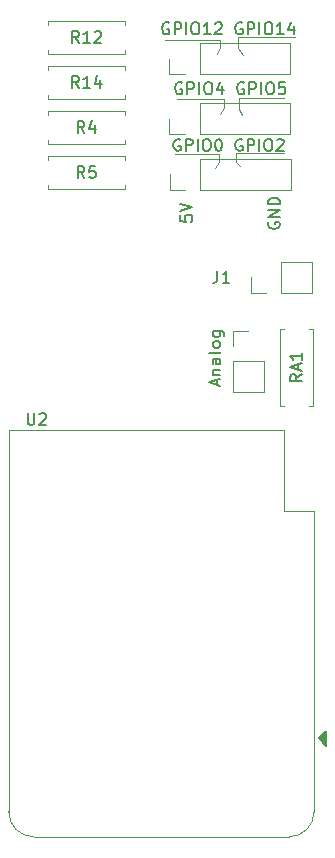
<source format=gbr>
%TF.GenerationSoftware,KiCad,Pcbnew,8.0.5*%
%TF.CreationDate,2024-12-15T10:39:54+01:00*%
%TF.ProjectId,esp8266-expansion-board,65737038-3236-4362-9d65-7870616e7369,rev?*%
%TF.SameCoordinates,Original*%
%TF.FileFunction,Legend,Top*%
%TF.FilePolarity,Positive*%
%FSLAX46Y46*%
G04 Gerber Fmt 4.6, Leading zero omitted, Abs format (unit mm)*
G04 Created by KiCad (PCBNEW 8.0.5) date 2024-12-15 10:39:54*
%MOMM*%
%LPD*%
G01*
G04 APERTURE LIST*
%ADD10C,0.100000*%
%ADD11C,0.150000*%
%ADD12C,0.120000*%
G04 APERTURE END LIST*
D10*
X77284582Y-39791690D02*
X76915815Y-40283653D01*
X77716519Y-35142276D02*
X77352569Y-35724595D01*
X77366933Y-29385868D02*
X77366933Y-30023390D01*
X72706425Y-29385868D02*
X77366933Y-29385868D01*
X78723101Y-39736362D02*
X79036624Y-40105213D01*
X73680319Y-34446411D02*
X77715791Y-34420207D01*
X77284582Y-39053988D02*
X77284582Y-39791690D01*
X73540743Y-39053988D02*
X77284582Y-39053988D01*
X82747028Y-34341594D02*
X78921191Y-34341594D01*
X82780463Y-38980218D02*
X78704658Y-38980218D01*
X78921191Y-35232542D02*
X79183235Y-35756629D01*
X78921191Y-34341594D02*
X78921191Y-35232542D01*
X77366933Y-30023390D02*
X77059163Y-30594962D01*
X77715791Y-34420207D02*
X77716519Y-35142276D01*
X78883796Y-30133308D02*
X79279499Y-30660913D01*
X83676204Y-29210000D02*
X78883796Y-29210000D01*
X78883796Y-29210000D02*
X78883796Y-30133308D01*
X78704658Y-38980218D02*
X78723101Y-39736362D01*
D11*
X74121879Y-33060017D02*
X74026641Y-33012398D01*
X74026641Y-33012398D02*
X73883784Y-33012398D01*
X73883784Y-33012398D02*
X73740927Y-33060017D01*
X73740927Y-33060017D02*
X73645689Y-33155255D01*
X73645689Y-33155255D02*
X73598070Y-33250493D01*
X73598070Y-33250493D02*
X73550451Y-33440969D01*
X73550451Y-33440969D02*
X73550451Y-33583826D01*
X73550451Y-33583826D02*
X73598070Y-33774302D01*
X73598070Y-33774302D02*
X73645689Y-33869540D01*
X73645689Y-33869540D02*
X73740927Y-33964779D01*
X73740927Y-33964779D02*
X73883784Y-34012398D01*
X73883784Y-34012398D02*
X73979022Y-34012398D01*
X73979022Y-34012398D02*
X74121879Y-33964779D01*
X74121879Y-33964779D02*
X74169498Y-33917159D01*
X74169498Y-33917159D02*
X74169498Y-33583826D01*
X74169498Y-33583826D02*
X73979022Y-33583826D01*
X74598070Y-34012398D02*
X74598070Y-33012398D01*
X74598070Y-33012398D02*
X74979022Y-33012398D01*
X74979022Y-33012398D02*
X75074260Y-33060017D01*
X75074260Y-33060017D02*
X75121879Y-33107636D01*
X75121879Y-33107636D02*
X75169498Y-33202874D01*
X75169498Y-33202874D02*
X75169498Y-33345731D01*
X75169498Y-33345731D02*
X75121879Y-33440969D01*
X75121879Y-33440969D02*
X75074260Y-33488588D01*
X75074260Y-33488588D02*
X74979022Y-33536207D01*
X74979022Y-33536207D02*
X74598070Y-33536207D01*
X75598070Y-34012398D02*
X75598070Y-33012398D01*
X76264736Y-33012398D02*
X76455212Y-33012398D01*
X76455212Y-33012398D02*
X76550450Y-33060017D01*
X76550450Y-33060017D02*
X76645688Y-33155255D01*
X76645688Y-33155255D02*
X76693307Y-33345731D01*
X76693307Y-33345731D02*
X76693307Y-33679064D01*
X76693307Y-33679064D02*
X76645688Y-33869540D01*
X76645688Y-33869540D02*
X76550450Y-33964779D01*
X76550450Y-33964779D02*
X76455212Y-34012398D01*
X76455212Y-34012398D02*
X76264736Y-34012398D01*
X76264736Y-34012398D02*
X76169498Y-33964779D01*
X76169498Y-33964779D02*
X76074260Y-33869540D01*
X76074260Y-33869540D02*
X76026641Y-33679064D01*
X76026641Y-33679064D02*
X76026641Y-33345731D01*
X76026641Y-33345731D02*
X76074260Y-33155255D01*
X76074260Y-33155255D02*
X76169498Y-33060017D01*
X76169498Y-33060017D02*
X76264736Y-33012398D01*
X77550450Y-33345731D02*
X77550450Y-34012398D01*
X77312355Y-32964779D02*
X77074260Y-33679064D01*
X77074260Y-33679064D02*
X77693307Y-33679064D01*
X79359974Y-33060017D02*
X79264736Y-33012398D01*
X79264736Y-33012398D02*
X79121879Y-33012398D01*
X79121879Y-33012398D02*
X78979022Y-33060017D01*
X78979022Y-33060017D02*
X78883784Y-33155255D01*
X78883784Y-33155255D02*
X78836165Y-33250493D01*
X78836165Y-33250493D02*
X78788546Y-33440969D01*
X78788546Y-33440969D02*
X78788546Y-33583826D01*
X78788546Y-33583826D02*
X78836165Y-33774302D01*
X78836165Y-33774302D02*
X78883784Y-33869540D01*
X78883784Y-33869540D02*
X78979022Y-33964779D01*
X78979022Y-33964779D02*
X79121879Y-34012398D01*
X79121879Y-34012398D02*
X79217117Y-34012398D01*
X79217117Y-34012398D02*
X79359974Y-33964779D01*
X79359974Y-33964779D02*
X79407593Y-33917159D01*
X79407593Y-33917159D02*
X79407593Y-33583826D01*
X79407593Y-33583826D02*
X79217117Y-33583826D01*
X79836165Y-34012398D02*
X79836165Y-33012398D01*
X79836165Y-33012398D02*
X80217117Y-33012398D01*
X80217117Y-33012398D02*
X80312355Y-33060017D01*
X80312355Y-33060017D02*
X80359974Y-33107636D01*
X80359974Y-33107636D02*
X80407593Y-33202874D01*
X80407593Y-33202874D02*
X80407593Y-33345731D01*
X80407593Y-33345731D02*
X80359974Y-33440969D01*
X80359974Y-33440969D02*
X80312355Y-33488588D01*
X80312355Y-33488588D02*
X80217117Y-33536207D01*
X80217117Y-33536207D02*
X79836165Y-33536207D01*
X80836165Y-34012398D02*
X80836165Y-33012398D01*
X81502831Y-33012398D02*
X81693307Y-33012398D01*
X81693307Y-33012398D02*
X81788545Y-33060017D01*
X81788545Y-33060017D02*
X81883783Y-33155255D01*
X81883783Y-33155255D02*
X81931402Y-33345731D01*
X81931402Y-33345731D02*
X81931402Y-33679064D01*
X81931402Y-33679064D02*
X81883783Y-33869540D01*
X81883783Y-33869540D02*
X81788545Y-33964779D01*
X81788545Y-33964779D02*
X81693307Y-34012398D01*
X81693307Y-34012398D02*
X81502831Y-34012398D01*
X81502831Y-34012398D02*
X81407593Y-33964779D01*
X81407593Y-33964779D02*
X81312355Y-33869540D01*
X81312355Y-33869540D02*
X81264736Y-33679064D01*
X81264736Y-33679064D02*
X81264736Y-33345731D01*
X81264736Y-33345731D02*
X81312355Y-33155255D01*
X81312355Y-33155255D02*
X81407593Y-33060017D01*
X81407593Y-33060017D02*
X81502831Y-33012398D01*
X82836164Y-33012398D02*
X82359974Y-33012398D01*
X82359974Y-33012398D02*
X82312355Y-33488588D01*
X82312355Y-33488588D02*
X82359974Y-33440969D01*
X82359974Y-33440969D02*
X82455212Y-33393350D01*
X82455212Y-33393350D02*
X82693307Y-33393350D01*
X82693307Y-33393350D02*
X82788545Y-33440969D01*
X82788545Y-33440969D02*
X82836164Y-33488588D01*
X82836164Y-33488588D02*
X82883783Y-33583826D01*
X82883783Y-33583826D02*
X82883783Y-33821921D01*
X82883783Y-33821921D02*
X82836164Y-33917159D01*
X82836164Y-33917159D02*
X82788545Y-33964779D01*
X82788545Y-33964779D02*
X82693307Y-34012398D01*
X82693307Y-34012398D02*
X82455212Y-34012398D01*
X82455212Y-34012398D02*
X82359974Y-33964779D01*
X82359974Y-33964779D02*
X82312355Y-33917159D01*
X73974842Y-37851789D02*
X73879604Y-37804170D01*
X73879604Y-37804170D02*
X73736747Y-37804170D01*
X73736747Y-37804170D02*
X73593890Y-37851789D01*
X73593890Y-37851789D02*
X73498652Y-37947027D01*
X73498652Y-37947027D02*
X73451033Y-38042265D01*
X73451033Y-38042265D02*
X73403414Y-38232741D01*
X73403414Y-38232741D02*
X73403414Y-38375598D01*
X73403414Y-38375598D02*
X73451033Y-38566074D01*
X73451033Y-38566074D02*
X73498652Y-38661312D01*
X73498652Y-38661312D02*
X73593890Y-38756551D01*
X73593890Y-38756551D02*
X73736747Y-38804170D01*
X73736747Y-38804170D02*
X73831985Y-38804170D01*
X73831985Y-38804170D02*
X73974842Y-38756551D01*
X73974842Y-38756551D02*
X74022461Y-38708931D01*
X74022461Y-38708931D02*
X74022461Y-38375598D01*
X74022461Y-38375598D02*
X73831985Y-38375598D01*
X74451033Y-38804170D02*
X74451033Y-37804170D01*
X74451033Y-37804170D02*
X74831985Y-37804170D01*
X74831985Y-37804170D02*
X74927223Y-37851789D01*
X74927223Y-37851789D02*
X74974842Y-37899408D01*
X74974842Y-37899408D02*
X75022461Y-37994646D01*
X75022461Y-37994646D02*
X75022461Y-38137503D01*
X75022461Y-38137503D02*
X74974842Y-38232741D01*
X74974842Y-38232741D02*
X74927223Y-38280360D01*
X74927223Y-38280360D02*
X74831985Y-38327979D01*
X74831985Y-38327979D02*
X74451033Y-38327979D01*
X75451033Y-38804170D02*
X75451033Y-37804170D01*
X76117699Y-37804170D02*
X76308175Y-37804170D01*
X76308175Y-37804170D02*
X76403413Y-37851789D01*
X76403413Y-37851789D02*
X76498651Y-37947027D01*
X76498651Y-37947027D02*
X76546270Y-38137503D01*
X76546270Y-38137503D02*
X76546270Y-38470836D01*
X76546270Y-38470836D02*
X76498651Y-38661312D01*
X76498651Y-38661312D02*
X76403413Y-38756551D01*
X76403413Y-38756551D02*
X76308175Y-38804170D01*
X76308175Y-38804170D02*
X76117699Y-38804170D01*
X76117699Y-38804170D02*
X76022461Y-38756551D01*
X76022461Y-38756551D02*
X75927223Y-38661312D01*
X75927223Y-38661312D02*
X75879604Y-38470836D01*
X75879604Y-38470836D02*
X75879604Y-38137503D01*
X75879604Y-38137503D02*
X75927223Y-37947027D01*
X75927223Y-37947027D02*
X76022461Y-37851789D01*
X76022461Y-37851789D02*
X76117699Y-37804170D01*
X77165318Y-37804170D02*
X77260556Y-37804170D01*
X77260556Y-37804170D02*
X77355794Y-37851789D01*
X77355794Y-37851789D02*
X77403413Y-37899408D01*
X77403413Y-37899408D02*
X77451032Y-37994646D01*
X77451032Y-37994646D02*
X77498651Y-38185122D01*
X77498651Y-38185122D02*
X77498651Y-38423217D01*
X77498651Y-38423217D02*
X77451032Y-38613693D01*
X77451032Y-38613693D02*
X77403413Y-38708931D01*
X77403413Y-38708931D02*
X77355794Y-38756551D01*
X77355794Y-38756551D02*
X77260556Y-38804170D01*
X77260556Y-38804170D02*
X77165318Y-38804170D01*
X77165318Y-38804170D02*
X77070080Y-38756551D01*
X77070080Y-38756551D02*
X77022461Y-38708931D01*
X77022461Y-38708931D02*
X76974842Y-38613693D01*
X76974842Y-38613693D02*
X76927223Y-38423217D01*
X76927223Y-38423217D02*
X76927223Y-38185122D01*
X76927223Y-38185122D02*
X76974842Y-37994646D01*
X76974842Y-37994646D02*
X77022461Y-37899408D01*
X77022461Y-37899408D02*
X77070080Y-37851789D01*
X77070080Y-37851789D02*
X77165318Y-37804170D01*
X79212937Y-37851789D02*
X79117699Y-37804170D01*
X79117699Y-37804170D02*
X78974842Y-37804170D01*
X78974842Y-37804170D02*
X78831985Y-37851789D01*
X78831985Y-37851789D02*
X78736747Y-37947027D01*
X78736747Y-37947027D02*
X78689128Y-38042265D01*
X78689128Y-38042265D02*
X78641509Y-38232741D01*
X78641509Y-38232741D02*
X78641509Y-38375598D01*
X78641509Y-38375598D02*
X78689128Y-38566074D01*
X78689128Y-38566074D02*
X78736747Y-38661312D01*
X78736747Y-38661312D02*
X78831985Y-38756551D01*
X78831985Y-38756551D02*
X78974842Y-38804170D01*
X78974842Y-38804170D02*
X79070080Y-38804170D01*
X79070080Y-38804170D02*
X79212937Y-38756551D01*
X79212937Y-38756551D02*
X79260556Y-38708931D01*
X79260556Y-38708931D02*
X79260556Y-38375598D01*
X79260556Y-38375598D02*
X79070080Y-38375598D01*
X79689128Y-38804170D02*
X79689128Y-37804170D01*
X79689128Y-37804170D02*
X80070080Y-37804170D01*
X80070080Y-37804170D02*
X80165318Y-37851789D01*
X80165318Y-37851789D02*
X80212937Y-37899408D01*
X80212937Y-37899408D02*
X80260556Y-37994646D01*
X80260556Y-37994646D02*
X80260556Y-38137503D01*
X80260556Y-38137503D02*
X80212937Y-38232741D01*
X80212937Y-38232741D02*
X80165318Y-38280360D01*
X80165318Y-38280360D02*
X80070080Y-38327979D01*
X80070080Y-38327979D02*
X79689128Y-38327979D01*
X80689128Y-38804170D02*
X80689128Y-37804170D01*
X81355794Y-37804170D02*
X81546270Y-37804170D01*
X81546270Y-37804170D02*
X81641508Y-37851789D01*
X81641508Y-37851789D02*
X81736746Y-37947027D01*
X81736746Y-37947027D02*
X81784365Y-38137503D01*
X81784365Y-38137503D02*
X81784365Y-38470836D01*
X81784365Y-38470836D02*
X81736746Y-38661312D01*
X81736746Y-38661312D02*
X81641508Y-38756551D01*
X81641508Y-38756551D02*
X81546270Y-38804170D01*
X81546270Y-38804170D02*
X81355794Y-38804170D01*
X81355794Y-38804170D02*
X81260556Y-38756551D01*
X81260556Y-38756551D02*
X81165318Y-38661312D01*
X81165318Y-38661312D02*
X81117699Y-38470836D01*
X81117699Y-38470836D02*
X81117699Y-38137503D01*
X81117699Y-38137503D02*
X81165318Y-37947027D01*
X81165318Y-37947027D02*
X81260556Y-37851789D01*
X81260556Y-37851789D02*
X81355794Y-37804170D01*
X82165318Y-37899408D02*
X82212937Y-37851789D01*
X82212937Y-37851789D02*
X82308175Y-37804170D01*
X82308175Y-37804170D02*
X82546270Y-37804170D01*
X82546270Y-37804170D02*
X82641508Y-37851789D01*
X82641508Y-37851789D02*
X82689127Y-37899408D01*
X82689127Y-37899408D02*
X82736746Y-37994646D01*
X82736746Y-37994646D02*
X82736746Y-38089884D01*
X82736746Y-38089884D02*
X82689127Y-38232741D01*
X82689127Y-38232741D02*
X82117699Y-38804170D01*
X82117699Y-38804170D02*
X82736746Y-38804170D01*
X73024109Y-27991403D02*
X72928871Y-27943784D01*
X72928871Y-27943784D02*
X72786014Y-27943784D01*
X72786014Y-27943784D02*
X72643157Y-27991403D01*
X72643157Y-27991403D02*
X72547919Y-28086641D01*
X72547919Y-28086641D02*
X72500300Y-28181879D01*
X72500300Y-28181879D02*
X72452681Y-28372355D01*
X72452681Y-28372355D02*
X72452681Y-28515212D01*
X72452681Y-28515212D02*
X72500300Y-28705688D01*
X72500300Y-28705688D02*
X72547919Y-28800926D01*
X72547919Y-28800926D02*
X72643157Y-28896165D01*
X72643157Y-28896165D02*
X72786014Y-28943784D01*
X72786014Y-28943784D02*
X72881252Y-28943784D01*
X72881252Y-28943784D02*
X73024109Y-28896165D01*
X73024109Y-28896165D02*
X73071728Y-28848545D01*
X73071728Y-28848545D02*
X73071728Y-28515212D01*
X73071728Y-28515212D02*
X72881252Y-28515212D01*
X73500300Y-28943784D02*
X73500300Y-27943784D01*
X73500300Y-27943784D02*
X73881252Y-27943784D01*
X73881252Y-27943784D02*
X73976490Y-27991403D01*
X73976490Y-27991403D02*
X74024109Y-28039022D01*
X74024109Y-28039022D02*
X74071728Y-28134260D01*
X74071728Y-28134260D02*
X74071728Y-28277117D01*
X74071728Y-28277117D02*
X74024109Y-28372355D01*
X74024109Y-28372355D02*
X73976490Y-28419974D01*
X73976490Y-28419974D02*
X73881252Y-28467593D01*
X73881252Y-28467593D02*
X73500300Y-28467593D01*
X74500300Y-28943784D02*
X74500300Y-27943784D01*
X75166966Y-27943784D02*
X75357442Y-27943784D01*
X75357442Y-27943784D02*
X75452680Y-27991403D01*
X75452680Y-27991403D02*
X75547918Y-28086641D01*
X75547918Y-28086641D02*
X75595537Y-28277117D01*
X75595537Y-28277117D02*
X75595537Y-28610450D01*
X75595537Y-28610450D02*
X75547918Y-28800926D01*
X75547918Y-28800926D02*
X75452680Y-28896165D01*
X75452680Y-28896165D02*
X75357442Y-28943784D01*
X75357442Y-28943784D02*
X75166966Y-28943784D01*
X75166966Y-28943784D02*
X75071728Y-28896165D01*
X75071728Y-28896165D02*
X74976490Y-28800926D01*
X74976490Y-28800926D02*
X74928871Y-28610450D01*
X74928871Y-28610450D02*
X74928871Y-28277117D01*
X74928871Y-28277117D02*
X74976490Y-28086641D01*
X74976490Y-28086641D02*
X75071728Y-27991403D01*
X75071728Y-27991403D02*
X75166966Y-27943784D01*
X76547918Y-28943784D02*
X75976490Y-28943784D01*
X76262204Y-28943784D02*
X76262204Y-27943784D01*
X76262204Y-27943784D02*
X76166966Y-28086641D01*
X76166966Y-28086641D02*
X76071728Y-28181879D01*
X76071728Y-28181879D02*
X75976490Y-28229498D01*
X76928871Y-28039022D02*
X76976490Y-27991403D01*
X76976490Y-27991403D02*
X77071728Y-27943784D01*
X77071728Y-27943784D02*
X77309823Y-27943784D01*
X77309823Y-27943784D02*
X77405061Y-27991403D01*
X77405061Y-27991403D02*
X77452680Y-28039022D01*
X77452680Y-28039022D02*
X77500299Y-28134260D01*
X77500299Y-28134260D02*
X77500299Y-28229498D01*
X77500299Y-28229498D02*
X77452680Y-28372355D01*
X77452680Y-28372355D02*
X76881252Y-28943784D01*
X76881252Y-28943784D02*
X77500299Y-28943784D01*
X79214585Y-27991403D02*
X79119347Y-27943784D01*
X79119347Y-27943784D02*
X78976490Y-27943784D01*
X78976490Y-27943784D02*
X78833633Y-27991403D01*
X78833633Y-27991403D02*
X78738395Y-28086641D01*
X78738395Y-28086641D02*
X78690776Y-28181879D01*
X78690776Y-28181879D02*
X78643157Y-28372355D01*
X78643157Y-28372355D02*
X78643157Y-28515212D01*
X78643157Y-28515212D02*
X78690776Y-28705688D01*
X78690776Y-28705688D02*
X78738395Y-28800926D01*
X78738395Y-28800926D02*
X78833633Y-28896165D01*
X78833633Y-28896165D02*
X78976490Y-28943784D01*
X78976490Y-28943784D02*
X79071728Y-28943784D01*
X79071728Y-28943784D02*
X79214585Y-28896165D01*
X79214585Y-28896165D02*
X79262204Y-28848545D01*
X79262204Y-28848545D02*
X79262204Y-28515212D01*
X79262204Y-28515212D02*
X79071728Y-28515212D01*
X79690776Y-28943784D02*
X79690776Y-27943784D01*
X79690776Y-27943784D02*
X80071728Y-27943784D01*
X80071728Y-27943784D02*
X80166966Y-27991403D01*
X80166966Y-27991403D02*
X80214585Y-28039022D01*
X80214585Y-28039022D02*
X80262204Y-28134260D01*
X80262204Y-28134260D02*
X80262204Y-28277117D01*
X80262204Y-28277117D02*
X80214585Y-28372355D01*
X80214585Y-28372355D02*
X80166966Y-28419974D01*
X80166966Y-28419974D02*
X80071728Y-28467593D01*
X80071728Y-28467593D02*
X79690776Y-28467593D01*
X80690776Y-28943784D02*
X80690776Y-27943784D01*
X81357442Y-27943784D02*
X81547918Y-27943784D01*
X81547918Y-27943784D02*
X81643156Y-27991403D01*
X81643156Y-27991403D02*
X81738394Y-28086641D01*
X81738394Y-28086641D02*
X81786013Y-28277117D01*
X81786013Y-28277117D02*
X81786013Y-28610450D01*
X81786013Y-28610450D02*
X81738394Y-28800926D01*
X81738394Y-28800926D02*
X81643156Y-28896165D01*
X81643156Y-28896165D02*
X81547918Y-28943784D01*
X81547918Y-28943784D02*
X81357442Y-28943784D01*
X81357442Y-28943784D02*
X81262204Y-28896165D01*
X81262204Y-28896165D02*
X81166966Y-28800926D01*
X81166966Y-28800926D02*
X81119347Y-28610450D01*
X81119347Y-28610450D02*
X81119347Y-28277117D01*
X81119347Y-28277117D02*
X81166966Y-28086641D01*
X81166966Y-28086641D02*
X81262204Y-27991403D01*
X81262204Y-27991403D02*
X81357442Y-27943784D01*
X82738394Y-28943784D02*
X82166966Y-28943784D01*
X82452680Y-28943784D02*
X82452680Y-27943784D01*
X82452680Y-27943784D02*
X82357442Y-28086641D01*
X82357442Y-28086641D02*
X82262204Y-28181879D01*
X82262204Y-28181879D02*
X82166966Y-28229498D01*
X83595537Y-28277117D02*
X83595537Y-28943784D01*
X83357442Y-27896165D02*
X83119347Y-28610450D01*
X83119347Y-28610450D02*
X83738394Y-28610450D01*
X77101133Y-58657190D02*
X77101133Y-58181000D01*
X77386848Y-58752428D02*
X76386848Y-58419095D01*
X76386848Y-58419095D02*
X77386848Y-58085762D01*
X76720181Y-57752428D02*
X77386848Y-57752428D01*
X76815419Y-57752428D02*
X76767800Y-57704809D01*
X76767800Y-57704809D02*
X76720181Y-57609571D01*
X76720181Y-57609571D02*
X76720181Y-57466714D01*
X76720181Y-57466714D02*
X76767800Y-57371476D01*
X76767800Y-57371476D02*
X76863038Y-57323857D01*
X76863038Y-57323857D02*
X77386848Y-57323857D01*
X77386848Y-56419095D02*
X76863038Y-56419095D01*
X76863038Y-56419095D02*
X76767800Y-56466714D01*
X76767800Y-56466714D02*
X76720181Y-56561952D01*
X76720181Y-56561952D02*
X76720181Y-56752428D01*
X76720181Y-56752428D02*
X76767800Y-56847666D01*
X77339229Y-56419095D02*
X77386848Y-56514333D01*
X77386848Y-56514333D02*
X77386848Y-56752428D01*
X77386848Y-56752428D02*
X77339229Y-56847666D01*
X77339229Y-56847666D02*
X77243990Y-56895285D01*
X77243990Y-56895285D02*
X77148752Y-56895285D01*
X77148752Y-56895285D02*
X77053514Y-56847666D01*
X77053514Y-56847666D02*
X77005895Y-56752428D01*
X77005895Y-56752428D02*
X77005895Y-56514333D01*
X77005895Y-56514333D02*
X76958276Y-56419095D01*
X77386848Y-55800047D02*
X77339229Y-55895285D01*
X77339229Y-55895285D02*
X77243990Y-55942904D01*
X77243990Y-55942904D02*
X76386848Y-55942904D01*
X77386848Y-55276237D02*
X77339229Y-55371475D01*
X77339229Y-55371475D02*
X77291609Y-55419094D01*
X77291609Y-55419094D02*
X77196371Y-55466713D01*
X77196371Y-55466713D02*
X76910657Y-55466713D01*
X76910657Y-55466713D02*
X76815419Y-55419094D01*
X76815419Y-55419094D02*
X76767800Y-55371475D01*
X76767800Y-55371475D02*
X76720181Y-55276237D01*
X76720181Y-55276237D02*
X76720181Y-55133380D01*
X76720181Y-55133380D02*
X76767800Y-55038142D01*
X76767800Y-55038142D02*
X76815419Y-54990523D01*
X76815419Y-54990523D02*
X76910657Y-54942904D01*
X76910657Y-54942904D02*
X77196371Y-54942904D01*
X77196371Y-54942904D02*
X77291609Y-54990523D01*
X77291609Y-54990523D02*
X77339229Y-55038142D01*
X77339229Y-55038142D02*
X77386848Y-55133380D01*
X77386848Y-55133380D02*
X77386848Y-55276237D01*
X76720181Y-54085761D02*
X77529705Y-54085761D01*
X77529705Y-54085761D02*
X77624943Y-54133380D01*
X77624943Y-54133380D02*
X77672562Y-54180999D01*
X77672562Y-54180999D02*
X77720181Y-54276237D01*
X77720181Y-54276237D02*
X77720181Y-54419094D01*
X77720181Y-54419094D02*
X77672562Y-54514332D01*
X77339229Y-54085761D02*
X77386848Y-54180999D01*
X77386848Y-54180999D02*
X77386848Y-54371475D01*
X77386848Y-54371475D02*
X77339229Y-54466713D01*
X77339229Y-54466713D02*
X77291609Y-54514332D01*
X77291609Y-54514332D02*
X77196371Y-54561951D01*
X77196371Y-54561951D02*
X76910657Y-54561951D01*
X76910657Y-54561951D02*
X76815419Y-54514332D01*
X76815419Y-54514332D02*
X76767800Y-54466713D01*
X76767800Y-54466713D02*
X76720181Y-54371475D01*
X76720181Y-54371475D02*
X76720181Y-54180999D01*
X76720181Y-54180999D02*
X76767800Y-54085761D01*
X81467438Y-44859411D02*
X81419819Y-44954649D01*
X81419819Y-44954649D02*
X81419819Y-45097506D01*
X81419819Y-45097506D02*
X81467438Y-45240363D01*
X81467438Y-45240363D02*
X81562676Y-45335601D01*
X81562676Y-45335601D02*
X81657914Y-45383220D01*
X81657914Y-45383220D02*
X81848390Y-45430839D01*
X81848390Y-45430839D02*
X81991247Y-45430839D01*
X81991247Y-45430839D02*
X82181723Y-45383220D01*
X82181723Y-45383220D02*
X82276961Y-45335601D01*
X82276961Y-45335601D02*
X82372200Y-45240363D01*
X82372200Y-45240363D02*
X82419819Y-45097506D01*
X82419819Y-45097506D02*
X82419819Y-45002268D01*
X82419819Y-45002268D02*
X82372200Y-44859411D01*
X82372200Y-44859411D02*
X82324580Y-44811792D01*
X82324580Y-44811792D02*
X81991247Y-44811792D01*
X81991247Y-44811792D02*
X81991247Y-45002268D01*
X82419819Y-44383220D02*
X81419819Y-44383220D01*
X81419819Y-44383220D02*
X82419819Y-43811792D01*
X82419819Y-43811792D02*
X81419819Y-43811792D01*
X82419819Y-43335601D02*
X81419819Y-43335601D01*
X81419819Y-43335601D02*
X81419819Y-43097506D01*
X81419819Y-43097506D02*
X81467438Y-42954649D01*
X81467438Y-42954649D02*
X81562676Y-42859411D01*
X81562676Y-42859411D02*
X81657914Y-42811792D01*
X81657914Y-42811792D02*
X81848390Y-42764173D01*
X81848390Y-42764173D02*
X81991247Y-42764173D01*
X81991247Y-42764173D02*
X82181723Y-42811792D01*
X82181723Y-42811792D02*
X82276961Y-42859411D01*
X82276961Y-42859411D02*
X82372200Y-42954649D01*
X82372200Y-42954649D02*
X82419819Y-43097506D01*
X82419819Y-43097506D02*
X82419819Y-43335601D01*
X73985329Y-44273894D02*
X73985329Y-44750084D01*
X73985329Y-44750084D02*
X74461519Y-44797703D01*
X74461519Y-44797703D02*
X74413900Y-44750084D01*
X74413900Y-44750084D02*
X74366281Y-44654846D01*
X74366281Y-44654846D02*
X74366281Y-44416751D01*
X74366281Y-44416751D02*
X74413900Y-44321513D01*
X74413900Y-44321513D02*
X74461519Y-44273894D01*
X74461519Y-44273894D02*
X74556757Y-44226275D01*
X74556757Y-44226275D02*
X74794852Y-44226275D01*
X74794852Y-44226275D02*
X74890090Y-44273894D01*
X74890090Y-44273894D02*
X74937710Y-44321513D01*
X74937710Y-44321513D02*
X74985329Y-44416751D01*
X74985329Y-44416751D02*
X74985329Y-44654846D01*
X74985329Y-44654846D02*
X74937710Y-44750084D01*
X74937710Y-44750084D02*
X74890090Y-44797703D01*
X73985329Y-43940560D02*
X74985329Y-43607227D01*
X74985329Y-43607227D02*
X73985329Y-43273894D01*
X77136666Y-48984819D02*
X77136666Y-49699104D01*
X77136666Y-49699104D02*
X77089047Y-49841961D01*
X77089047Y-49841961D02*
X76993809Y-49937200D01*
X76993809Y-49937200D02*
X76850952Y-49984819D01*
X76850952Y-49984819D02*
X76755714Y-49984819D01*
X78136666Y-49984819D02*
X77565238Y-49984819D01*
X77850952Y-49984819D02*
X77850952Y-48984819D01*
X77850952Y-48984819D02*
X77755714Y-49127676D01*
X77755714Y-49127676D02*
X77660476Y-49222914D01*
X77660476Y-49222914D02*
X77565238Y-49270533D01*
X65873333Y-41094819D02*
X65540000Y-40618628D01*
X65301905Y-41094819D02*
X65301905Y-40094819D01*
X65301905Y-40094819D02*
X65682857Y-40094819D01*
X65682857Y-40094819D02*
X65778095Y-40142438D01*
X65778095Y-40142438D02*
X65825714Y-40190057D01*
X65825714Y-40190057D02*
X65873333Y-40285295D01*
X65873333Y-40285295D02*
X65873333Y-40428152D01*
X65873333Y-40428152D02*
X65825714Y-40523390D01*
X65825714Y-40523390D02*
X65778095Y-40571009D01*
X65778095Y-40571009D02*
X65682857Y-40618628D01*
X65682857Y-40618628D02*
X65301905Y-40618628D01*
X66778095Y-40094819D02*
X66301905Y-40094819D01*
X66301905Y-40094819D02*
X66254286Y-40571009D01*
X66254286Y-40571009D02*
X66301905Y-40523390D01*
X66301905Y-40523390D02*
X66397143Y-40475771D01*
X66397143Y-40475771D02*
X66635238Y-40475771D01*
X66635238Y-40475771D02*
X66730476Y-40523390D01*
X66730476Y-40523390D02*
X66778095Y-40571009D01*
X66778095Y-40571009D02*
X66825714Y-40666247D01*
X66825714Y-40666247D02*
X66825714Y-40904342D01*
X66825714Y-40904342D02*
X66778095Y-40999580D01*
X66778095Y-40999580D02*
X66730476Y-41047200D01*
X66730476Y-41047200D02*
X66635238Y-41094819D01*
X66635238Y-41094819D02*
X66397143Y-41094819D01*
X66397143Y-41094819D02*
X66301905Y-41047200D01*
X66301905Y-41047200D02*
X66254286Y-40999580D01*
X65873333Y-37284819D02*
X65540000Y-36808628D01*
X65301905Y-37284819D02*
X65301905Y-36284819D01*
X65301905Y-36284819D02*
X65682857Y-36284819D01*
X65682857Y-36284819D02*
X65778095Y-36332438D01*
X65778095Y-36332438D02*
X65825714Y-36380057D01*
X65825714Y-36380057D02*
X65873333Y-36475295D01*
X65873333Y-36475295D02*
X65873333Y-36618152D01*
X65873333Y-36618152D02*
X65825714Y-36713390D01*
X65825714Y-36713390D02*
X65778095Y-36761009D01*
X65778095Y-36761009D02*
X65682857Y-36808628D01*
X65682857Y-36808628D02*
X65301905Y-36808628D01*
X66730476Y-36618152D02*
X66730476Y-37284819D01*
X66492381Y-36237200D02*
X66254286Y-36951485D01*
X66254286Y-36951485D02*
X66873333Y-36951485D01*
X65397142Y-33474819D02*
X65063809Y-32998628D01*
X64825714Y-33474819D02*
X64825714Y-32474819D01*
X64825714Y-32474819D02*
X65206666Y-32474819D01*
X65206666Y-32474819D02*
X65301904Y-32522438D01*
X65301904Y-32522438D02*
X65349523Y-32570057D01*
X65349523Y-32570057D02*
X65397142Y-32665295D01*
X65397142Y-32665295D02*
X65397142Y-32808152D01*
X65397142Y-32808152D02*
X65349523Y-32903390D01*
X65349523Y-32903390D02*
X65301904Y-32951009D01*
X65301904Y-32951009D02*
X65206666Y-32998628D01*
X65206666Y-32998628D02*
X64825714Y-32998628D01*
X66349523Y-33474819D02*
X65778095Y-33474819D01*
X66063809Y-33474819D02*
X66063809Y-32474819D01*
X66063809Y-32474819D02*
X65968571Y-32617676D01*
X65968571Y-32617676D02*
X65873333Y-32712914D01*
X65873333Y-32712914D02*
X65778095Y-32760533D01*
X67206666Y-32808152D02*
X67206666Y-33474819D01*
X66968571Y-32427200D02*
X66730476Y-33141485D01*
X66730476Y-33141485D02*
X67349523Y-33141485D01*
X65397142Y-29664819D02*
X65063809Y-29188628D01*
X64825714Y-29664819D02*
X64825714Y-28664819D01*
X64825714Y-28664819D02*
X65206666Y-28664819D01*
X65206666Y-28664819D02*
X65301904Y-28712438D01*
X65301904Y-28712438D02*
X65349523Y-28760057D01*
X65349523Y-28760057D02*
X65397142Y-28855295D01*
X65397142Y-28855295D02*
X65397142Y-28998152D01*
X65397142Y-28998152D02*
X65349523Y-29093390D01*
X65349523Y-29093390D02*
X65301904Y-29141009D01*
X65301904Y-29141009D02*
X65206666Y-29188628D01*
X65206666Y-29188628D02*
X64825714Y-29188628D01*
X66349523Y-29664819D02*
X65778095Y-29664819D01*
X66063809Y-29664819D02*
X66063809Y-28664819D01*
X66063809Y-28664819D02*
X65968571Y-28807676D01*
X65968571Y-28807676D02*
X65873333Y-28902914D01*
X65873333Y-28902914D02*
X65778095Y-28950533D01*
X66730476Y-28760057D02*
X66778095Y-28712438D01*
X66778095Y-28712438D02*
X66873333Y-28664819D01*
X66873333Y-28664819D02*
X67111428Y-28664819D01*
X67111428Y-28664819D02*
X67206666Y-28712438D01*
X67206666Y-28712438D02*
X67254285Y-28760057D01*
X67254285Y-28760057D02*
X67301904Y-28855295D01*
X67301904Y-28855295D02*
X67301904Y-28950533D01*
X67301904Y-28950533D02*
X67254285Y-29093390D01*
X67254285Y-29093390D02*
X66682857Y-29664819D01*
X66682857Y-29664819D02*
X67301904Y-29664819D01*
X61058095Y-61008006D02*
X61058095Y-61817529D01*
X61058095Y-61817529D02*
X61105714Y-61912767D01*
X61105714Y-61912767D02*
X61153333Y-61960387D01*
X61153333Y-61960387D02*
X61248571Y-62008006D01*
X61248571Y-62008006D02*
X61439047Y-62008006D01*
X61439047Y-62008006D02*
X61534285Y-61960387D01*
X61534285Y-61960387D02*
X61581904Y-61912767D01*
X61581904Y-61912767D02*
X61629523Y-61817529D01*
X61629523Y-61817529D02*
X61629523Y-61008006D01*
X62058095Y-61103244D02*
X62105714Y-61055625D01*
X62105714Y-61055625D02*
X62200952Y-61008006D01*
X62200952Y-61008006D02*
X62439047Y-61008006D01*
X62439047Y-61008006D02*
X62534285Y-61055625D01*
X62534285Y-61055625D02*
X62581904Y-61103244D01*
X62581904Y-61103244D02*
X62629523Y-61198482D01*
X62629523Y-61198482D02*
X62629523Y-61293720D01*
X62629523Y-61293720D02*
X62581904Y-61436577D01*
X62581904Y-61436577D02*
X62010476Y-62008006D01*
X62010476Y-62008006D02*
X62629523Y-62008006D01*
X84274819Y-57745238D02*
X83798628Y-58078571D01*
X84274819Y-58316666D02*
X83274819Y-58316666D01*
X83274819Y-58316666D02*
X83274819Y-57935714D01*
X83274819Y-57935714D02*
X83322438Y-57840476D01*
X83322438Y-57840476D02*
X83370057Y-57792857D01*
X83370057Y-57792857D02*
X83465295Y-57745238D01*
X83465295Y-57745238D02*
X83608152Y-57745238D01*
X83608152Y-57745238D02*
X83703390Y-57792857D01*
X83703390Y-57792857D02*
X83751009Y-57840476D01*
X83751009Y-57840476D02*
X83798628Y-57935714D01*
X83798628Y-57935714D02*
X83798628Y-58316666D01*
X83989104Y-57364285D02*
X83989104Y-56888095D01*
X84274819Y-57459523D02*
X83274819Y-57126190D01*
X83274819Y-57126190D02*
X84274819Y-56792857D01*
X84274819Y-55935714D02*
X84274819Y-56507142D01*
X84274819Y-56221428D02*
X83274819Y-56221428D01*
X83274819Y-56221428D02*
X83417676Y-56316666D01*
X83417676Y-56316666D02*
X83512914Y-56411904D01*
X83512914Y-56411904D02*
X83560533Y-56507142D01*
D12*
%TO.C,J1*%
X79950000Y-50860000D02*
X79950000Y-49530000D01*
X81280000Y-50860000D02*
X79950000Y-50860000D01*
X82550000Y-48200000D02*
X85150000Y-48200000D01*
X82550000Y-50860000D02*
X82550000Y-48200000D01*
X82550000Y-50860000D02*
X85150000Y-50860000D01*
X85150000Y-50860000D02*
X85150000Y-48200000D01*
%TO.C,J9*%
X73035279Y-32337484D02*
X73035279Y-31007484D01*
X74365279Y-32337484D02*
X73035279Y-32337484D01*
X75635279Y-29677484D02*
X83315279Y-29677484D01*
X75635279Y-32337484D02*
X75635279Y-29677484D01*
X75635279Y-32337484D02*
X83315279Y-32337484D01*
X83315279Y-32337484D02*
X83315279Y-29677484D01*
%TO.C,R5*%
X62770000Y-39270000D02*
X62770000Y-39600000D01*
X62770000Y-42010000D02*
X62770000Y-41680000D01*
X69310000Y-39270000D02*
X62770000Y-39270000D01*
X69310000Y-39600000D02*
X69310000Y-39270000D01*
X69310000Y-41680000D02*
X69310000Y-42010000D01*
X69310000Y-42010000D02*
X62770000Y-42010000D01*
%TO.C,R4*%
X62770000Y-35460000D02*
X62770000Y-35790000D01*
X62770000Y-38200000D02*
X62770000Y-37870000D01*
X69310000Y-35460000D02*
X62770000Y-35460000D01*
X69310000Y-35790000D02*
X69310000Y-35460000D01*
X69310000Y-37870000D02*
X69310000Y-38200000D01*
X69310000Y-38200000D02*
X62770000Y-38200000D01*
%TO.C,J8*%
X73035279Y-37417484D02*
X73035279Y-36087484D01*
X74365279Y-37417484D02*
X73035279Y-37417484D01*
X75635279Y-34757484D02*
X83315279Y-34757484D01*
X75635279Y-37417484D02*
X75635279Y-34757484D01*
X75635279Y-37417484D02*
X83315279Y-37417484D01*
X83315279Y-37417484D02*
X83315279Y-34757484D01*
%TO.C,R14*%
X62770000Y-31650000D02*
X62770000Y-31980000D01*
X62770000Y-34390000D02*
X62770000Y-34060000D01*
X69310000Y-31650000D02*
X62770000Y-31650000D01*
X69310000Y-31980000D02*
X69310000Y-31650000D01*
X69310000Y-34060000D02*
X69310000Y-34390000D01*
X69310000Y-34390000D02*
X62770000Y-34390000D01*
%TO.C,R12*%
X62770000Y-27840000D02*
X62770000Y-28170000D01*
X62770000Y-30580000D02*
X62770000Y-30250000D01*
X69310000Y-27840000D02*
X62770000Y-27840000D01*
X69310000Y-28170000D02*
X69310000Y-27840000D01*
X69310000Y-30250000D02*
X69310000Y-30580000D01*
X69310000Y-30580000D02*
X62770000Y-30580000D01*
%TO.C,J7*%
X78421775Y-54037942D02*
X79751775Y-54037942D01*
X78421775Y-55367942D02*
X78421775Y-54037942D01*
X78421775Y-56637942D02*
X78421775Y-59237942D01*
X78421775Y-56637942D02*
X81081775Y-56637942D01*
X78421775Y-59237942D02*
X81081775Y-59237942D01*
X81081775Y-56637942D02*
X81081775Y-59237942D01*
%TO.C,J10*%
X73086951Y-42137414D02*
X73086951Y-40807414D01*
X74416951Y-42137414D02*
X73086951Y-42137414D01*
X75686951Y-39477414D02*
X83366951Y-39477414D01*
X75686951Y-42137414D02*
X75686951Y-39477414D01*
X75686951Y-42137414D02*
X83366951Y-42137414D01*
X83366951Y-42137414D02*
X83366951Y-39477414D01*
%TO.C,U2*%
X59460000Y-62433187D02*
X59460000Y-94763187D01*
X61580000Y-96893187D02*
X83190000Y-96893187D01*
X82780000Y-62433187D02*
X59460000Y-62433187D01*
X82780000Y-69333187D02*
X82780000Y-62433187D01*
X85320000Y-69333187D02*
X82780000Y-69333187D01*
X85320000Y-69333187D02*
X85320000Y-94763187D01*
X61590000Y-96893187D02*
G75*
G02*
X59460000Y-94763187I0J2130000D01*
G01*
X85320000Y-94763187D02*
G75*
G02*
X83190000Y-96893187I-2130002J2D01*
G01*
D11*
X86360000Y-89188187D02*
X85725000Y-88553187D01*
X86360000Y-87918187D01*
X86360000Y-89188187D01*
G36*
X86360000Y-89188187D02*
G01*
X85725000Y-88553187D01*
X86360000Y-87918187D01*
X86360000Y-89188187D01*
G37*
D12*
%TO.C,RA1*%
X82450000Y-53880000D02*
X82780000Y-53880000D01*
X82450000Y-60420000D02*
X82450000Y-53880000D01*
X82780000Y-60420000D02*
X82450000Y-60420000D01*
X84860000Y-60420000D02*
X85190000Y-60420000D01*
X85190000Y-53880000D02*
X84860000Y-53880000D01*
X85190000Y-60420000D02*
X85190000Y-53880000D01*
%TD*%
M02*

</source>
